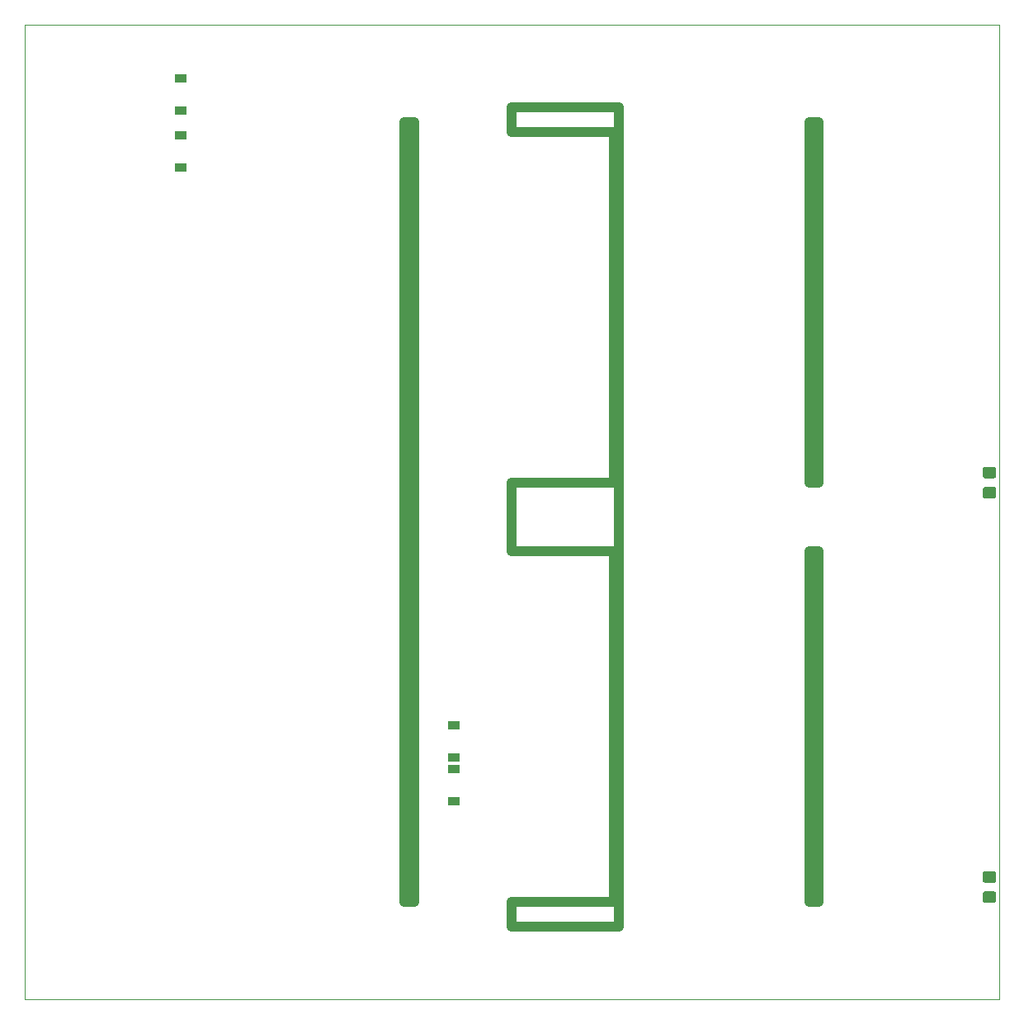
<source format=gbr>
%TF.GenerationSoftware,KiCad,Pcbnew,(5.1.0)-1*%
%TF.CreationDate,2019-09-16T00:10:31+02:00*%
%TF.ProjectId,KicadJE_EffectsUnit2,4b696361-644a-4455-9f45-666665637473,rev?*%
%TF.SameCoordinates,Original*%
%TF.FileFunction,Paste,Top*%
%TF.FilePolarity,Positive*%
%FSLAX46Y46*%
G04 Gerber Fmt 4.6, Leading zero omitted, Abs format (unit mm)*
G04 Created by KiCad (PCBNEW (5.1.0)-1) date 2019-09-16 00:10:31*
%MOMM*%
%LPD*%
G04 APERTURE LIST*
%ADD10C,1.000000*%
%ADD11C,0.050000*%
%ADD12R,1.200000X0.900000*%
%ADD13C,0.150000*%
%ADD14C,1.150000*%
G04 APERTURE END LIST*
D10*
X130500000Y-60000000D02*
X130500000Y-97000000D01*
X131500000Y-104000000D02*
X131500000Y-140000000D01*
X130500000Y-104000000D02*
X131500000Y-104000000D01*
X130500000Y-97000000D02*
X131500000Y-97000000D01*
X110500000Y-104000000D02*
X110500000Y-140000000D01*
X100000000Y-104000000D02*
X110500000Y-104000000D01*
X100000000Y-97000000D02*
X100000000Y-104000000D01*
X110500000Y-97000000D02*
X100000000Y-97000000D01*
X100000000Y-61000000D02*
X100000000Y-58500000D01*
X100000000Y-61000000D02*
X110500000Y-61000000D01*
X111000000Y-58500000D02*
X100000000Y-58500000D01*
X100000000Y-142500000D02*
X100000000Y-140000000D01*
X100000000Y-142500000D02*
X111000000Y-142500000D01*
X110500000Y-140000000D02*
X100000000Y-140000000D01*
X130500000Y-104000000D02*
X130500000Y-140000000D01*
X130500000Y-140000000D02*
X131500000Y-140000000D01*
X130500000Y-60000000D02*
X131500000Y-60000000D01*
X131500000Y-60000000D02*
X131500000Y-97000000D01*
X89000000Y-60000000D02*
X90000000Y-60000000D01*
X89000000Y-140000000D02*
X90000000Y-140000000D01*
X110500000Y-61000000D02*
X110500000Y-97000000D01*
X111000000Y-58500000D02*
X111000000Y-142500000D01*
X90000000Y-60000000D02*
X90000000Y-140000000D01*
X89000000Y-60000000D02*
X89000000Y-140000000D01*
D11*
X50000000Y-150000000D02*
X50000000Y-50000000D01*
X150000000Y-150000000D02*
X50000000Y-150000000D01*
X150000000Y-50000000D02*
X150000000Y-150000000D01*
X50000000Y-50000000D02*
X150000000Y-50000000D01*
D12*
X66000000Y-58800000D03*
X66000000Y-55500000D03*
X66000000Y-61350000D03*
X66000000Y-64650000D03*
X94000000Y-129650000D03*
X94000000Y-126350000D03*
X94000000Y-121850000D03*
X94000000Y-125150000D03*
D13*
G36*
X149474505Y-95376204D02*
G01*
X149498773Y-95379804D01*
X149522572Y-95385765D01*
X149545671Y-95394030D01*
X149567850Y-95404520D01*
X149588893Y-95417132D01*
X149608599Y-95431747D01*
X149626777Y-95448223D01*
X149643253Y-95466401D01*
X149657868Y-95486107D01*
X149670480Y-95507150D01*
X149680970Y-95529329D01*
X149689235Y-95552428D01*
X149695196Y-95576227D01*
X149698796Y-95600495D01*
X149700000Y-95624999D01*
X149700000Y-96275001D01*
X149698796Y-96299505D01*
X149695196Y-96323773D01*
X149689235Y-96347572D01*
X149680970Y-96370671D01*
X149670480Y-96392850D01*
X149657868Y-96413893D01*
X149643253Y-96433599D01*
X149626777Y-96451777D01*
X149608599Y-96468253D01*
X149588893Y-96482868D01*
X149567850Y-96495480D01*
X149545671Y-96505970D01*
X149522572Y-96514235D01*
X149498773Y-96520196D01*
X149474505Y-96523796D01*
X149450001Y-96525000D01*
X148549999Y-96525000D01*
X148525495Y-96523796D01*
X148501227Y-96520196D01*
X148477428Y-96514235D01*
X148454329Y-96505970D01*
X148432150Y-96495480D01*
X148411107Y-96482868D01*
X148391401Y-96468253D01*
X148373223Y-96451777D01*
X148356747Y-96433599D01*
X148342132Y-96413893D01*
X148329520Y-96392850D01*
X148319030Y-96370671D01*
X148310765Y-96347572D01*
X148304804Y-96323773D01*
X148301204Y-96299505D01*
X148300000Y-96275001D01*
X148300000Y-95624999D01*
X148301204Y-95600495D01*
X148304804Y-95576227D01*
X148310765Y-95552428D01*
X148319030Y-95529329D01*
X148329520Y-95507150D01*
X148342132Y-95486107D01*
X148356747Y-95466401D01*
X148373223Y-95448223D01*
X148391401Y-95431747D01*
X148411107Y-95417132D01*
X148432150Y-95404520D01*
X148454329Y-95394030D01*
X148477428Y-95385765D01*
X148501227Y-95379804D01*
X148525495Y-95376204D01*
X148549999Y-95375000D01*
X149450001Y-95375000D01*
X149474505Y-95376204D01*
X149474505Y-95376204D01*
G37*
D14*
X149000000Y-95950000D03*
D13*
G36*
X149474505Y-97426204D02*
G01*
X149498773Y-97429804D01*
X149522572Y-97435765D01*
X149545671Y-97444030D01*
X149567850Y-97454520D01*
X149588893Y-97467132D01*
X149608599Y-97481747D01*
X149626777Y-97498223D01*
X149643253Y-97516401D01*
X149657868Y-97536107D01*
X149670480Y-97557150D01*
X149680970Y-97579329D01*
X149689235Y-97602428D01*
X149695196Y-97626227D01*
X149698796Y-97650495D01*
X149700000Y-97674999D01*
X149700000Y-98325001D01*
X149698796Y-98349505D01*
X149695196Y-98373773D01*
X149689235Y-98397572D01*
X149680970Y-98420671D01*
X149670480Y-98442850D01*
X149657868Y-98463893D01*
X149643253Y-98483599D01*
X149626777Y-98501777D01*
X149608599Y-98518253D01*
X149588893Y-98532868D01*
X149567850Y-98545480D01*
X149545671Y-98555970D01*
X149522572Y-98564235D01*
X149498773Y-98570196D01*
X149474505Y-98573796D01*
X149450001Y-98575000D01*
X148549999Y-98575000D01*
X148525495Y-98573796D01*
X148501227Y-98570196D01*
X148477428Y-98564235D01*
X148454329Y-98555970D01*
X148432150Y-98545480D01*
X148411107Y-98532868D01*
X148391401Y-98518253D01*
X148373223Y-98501777D01*
X148356747Y-98483599D01*
X148342132Y-98463893D01*
X148329520Y-98442850D01*
X148319030Y-98420671D01*
X148310765Y-98397572D01*
X148304804Y-98373773D01*
X148301204Y-98349505D01*
X148300000Y-98325001D01*
X148300000Y-97674999D01*
X148301204Y-97650495D01*
X148304804Y-97626227D01*
X148310765Y-97602428D01*
X148319030Y-97579329D01*
X148329520Y-97557150D01*
X148342132Y-97536107D01*
X148356747Y-97516401D01*
X148373223Y-97498223D01*
X148391401Y-97481747D01*
X148411107Y-97467132D01*
X148432150Y-97454520D01*
X148454329Y-97444030D01*
X148477428Y-97435765D01*
X148501227Y-97429804D01*
X148525495Y-97426204D01*
X148549999Y-97425000D01*
X149450001Y-97425000D01*
X149474505Y-97426204D01*
X149474505Y-97426204D01*
G37*
D14*
X149000000Y-98000000D03*
D13*
G36*
X149474505Y-136876204D02*
G01*
X149498773Y-136879804D01*
X149522572Y-136885765D01*
X149545671Y-136894030D01*
X149567850Y-136904520D01*
X149588893Y-136917132D01*
X149608599Y-136931747D01*
X149626777Y-136948223D01*
X149643253Y-136966401D01*
X149657868Y-136986107D01*
X149670480Y-137007150D01*
X149680970Y-137029329D01*
X149689235Y-137052428D01*
X149695196Y-137076227D01*
X149698796Y-137100495D01*
X149700000Y-137124999D01*
X149700000Y-137775001D01*
X149698796Y-137799505D01*
X149695196Y-137823773D01*
X149689235Y-137847572D01*
X149680970Y-137870671D01*
X149670480Y-137892850D01*
X149657868Y-137913893D01*
X149643253Y-137933599D01*
X149626777Y-137951777D01*
X149608599Y-137968253D01*
X149588893Y-137982868D01*
X149567850Y-137995480D01*
X149545671Y-138005970D01*
X149522572Y-138014235D01*
X149498773Y-138020196D01*
X149474505Y-138023796D01*
X149450001Y-138025000D01*
X148549999Y-138025000D01*
X148525495Y-138023796D01*
X148501227Y-138020196D01*
X148477428Y-138014235D01*
X148454329Y-138005970D01*
X148432150Y-137995480D01*
X148411107Y-137982868D01*
X148391401Y-137968253D01*
X148373223Y-137951777D01*
X148356747Y-137933599D01*
X148342132Y-137913893D01*
X148329520Y-137892850D01*
X148319030Y-137870671D01*
X148310765Y-137847572D01*
X148304804Y-137823773D01*
X148301204Y-137799505D01*
X148300000Y-137775001D01*
X148300000Y-137124999D01*
X148301204Y-137100495D01*
X148304804Y-137076227D01*
X148310765Y-137052428D01*
X148319030Y-137029329D01*
X148329520Y-137007150D01*
X148342132Y-136986107D01*
X148356747Y-136966401D01*
X148373223Y-136948223D01*
X148391401Y-136931747D01*
X148411107Y-136917132D01*
X148432150Y-136904520D01*
X148454329Y-136894030D01*
X148477428Y-136885765D01*
X148501227Y-136879804D01*
X148525495Y-136876204D01*
X148549999Y-136875000D01*
X149450001Y-136875000D01*
X149474505Y-136876204D01*
X149474505Y-136876204D01*
G37*
D14*
X149000000Y-137450000D03*
D13*
G36*
X149474505Y-138926204D02*
G01*
X149498773Y-138929804D01*
X149522572Y-138935765D01*
X149545671Y-138944030D01*
X149567850Y-138954520D01*
X149588893Y-138967132D01*
X149608599Y-138981747D01*
X149626777Y-138998223D01*
X149643253Y-139016401D01*
X149657868Y-139036107D01*
X149670480Y-139057150D01*
X149680970Y-139079329D01*
X149689235Y-139102428D01*
X149695196Y-139126227D01*
X149698796Y-139150495D01*
X149700000Y-139174999D01*
X149700000Y-139825001D01*
X149698796Y-139849505D01*
X149695196Y-139873773D01*
X149689235Y-139897572D01*
X149680970Y-139920671D01*
X149670480Y-139942850D01*
X149657868Y-139963893D01*
X149643253Y-139983599D01*
X149626777Y-140001777D01*
X149608599Y-140018253D01*
X149588893Y-140032868D01*
X149567850Y-140045480D01*
X149545671Y-140055970D01*
X149522572Y-140064235D01*
X149498773Y-140070196D01*
X149474505Y-140073796D01*
X149450001Y-140075000D01*
X148549999Y-140075000D01*
X148525495Y-140073796D01*
X148501227Y-140070196D01*
X148477428Y-140064235D01*
X148454329Y-140055970D01*
X148432150Y-140045480D01*
X148411107Y-140032868D01*
X148391401Y-140018253D01*
X148373223Y-140001777D01*
X148356747Y-139983599D01*
X148342132Y-139963893D01*
X148329520Y-139942850D01*
X148319030Y-139920671D01*
X148310765Y-139897572D01*
X148304804Y-139873773D01*
X148301204Y-139849505D01*
X148300000Y-139825001D01*
X148300000Y-139174999D01*
X148301204Y-139150495D01*
X148304804Y-139126227D01*
X148310765Y-139102428D01*
X148319030Y-139079329D01*
X148329520Y-139057150D01*
X148342132Y-139036107D01*
X148356747Y-139016401D01*
X148373223Y-138998223D01*
X148391401Y-138981747D01*
X148411107Y-138967132D01*
X148432150Y-138954520D01*
X148454329Y-138944030D01*
X148477428Y-138935765D01*
X148501227Y-138929804D01*
X148525495Y-138926204D01*
X148549999Y-138925000D01*
X149450001Y-138925000D01*
X149474505Y-138926204D01*
X149474505Y-138926204D01*
G37*
D14*
X149000000Y-139500000D03*
M02*

</source>
